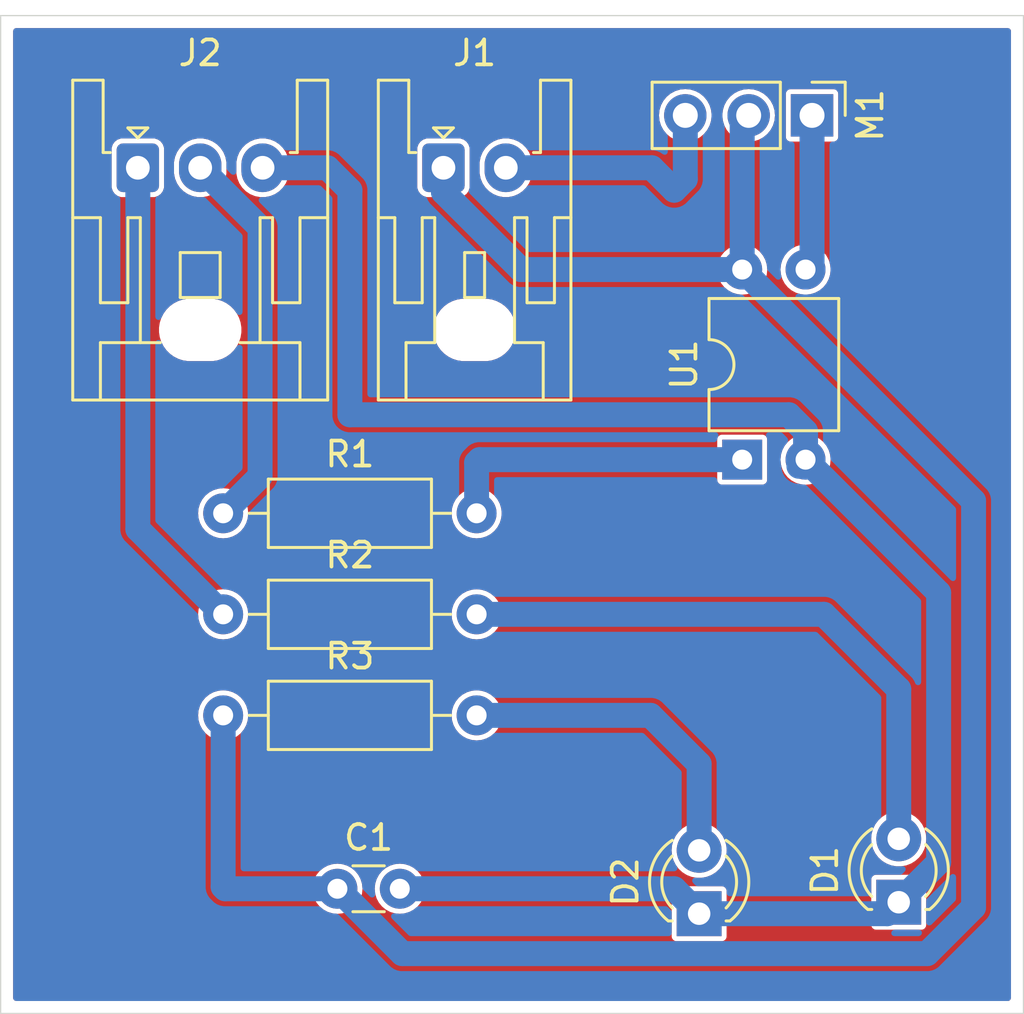
<source format=kicad_pcb>
(kicad_pcb (version 20240108) (generator "pcbnew") (generator_version "8.0")
  (layers (0 "F.Cu" signal) (31 "B.Cu" signal) (34 "B.Paste" user) (35 "F.Paste" user) (36 "B.SilkS" user "B.Silkscreen") (37 "F.SilkS" user "F.Silkscreen") (38 "B.Mask" user) (39 "F.Mask" user) (44 "Edge.Cuts" user))
  (net 0 "")
  (net 1 "VCC")
  (net 2 "GND")
  (net 3 "Net-(D1-A)")
  (net 4 "Net-(D2-A)")
  (net 5 "GND1")
  (net 6 "+5V")
  (net 7 "マイコンPWM")
  (net 8 "フォトカプラPWM")
  (net 9 "Net-(R1-Pad2)")
  (footprint "Connector_JST:JST_XA_S03B-XASK-1_1x03_P2.50mm_Horizontal" (layer "F.Cu") (at 193.5 114.1)
    (property "Reference" "J2" (at 2.5 -4.6 0) (layer "F.SilkS"))
    (property "Value" "Conn_01x03")
    (fp_line (start -2.61 -3.51) (end -2.61 9.31) (stroke (width 0.12)) (layer "F.SilkS"))
    (fp_line (start -2.61 9.31) (end 7.61 9.31) (stroke (width 0.12)) (layer "F.SilkS"))
    (fp_line (start -1.5 2) (end -2.61 2) (stroke (width 0.12)) (layer "F.SilkS"))
    (fp_line (start -1.5 5.41) (end -1.5 2) (stroke (width 0.12)) (layer "F.SilkS"))
    (fp_line (start -1.5 7.01) (end 0.9 7.01) (stroke (width 0.12)) (layer "F.SilkS"))
    (fp_line (start -1.5 9.31) (end -1.5 7.01) (stroke (width 0.12)) (layer "F.SilkS"))
    (fp_line (start -1.39 -3.51) (end -2.61 -3.51) (stroke (width 0.12)) (layer "F.SilkS"))
    (fp_line (start -1.39 -0.61) (end -1.39 -3.51) (stroke (width 0.12)) (layer "F.SilkS"))
    (fp_line (start -1.11 -0.61) (end -1.39 -0.61) (stroke (width 0.12)) (layer "F.SilkS"))
    (fp_line (start -0.4 -1.6) (end 0.4 -1.6) (stroke (width 0.12)) (layer "F.SilkS"))
    (fp_line (start -0.4 2) (end -0.4 5.41) (stroke (width 0.12)) (layer "F.SilkS"))
    (fp_line (start -0.4 5.41) (end -1.5 5.41) (stroke (width 0.12)) (layer "F.SilkS"))
    (fp_line (start 0 -1.2) (end -0.4 -1.6) (stroke (width 0.12)) (layer "F.SilkS"))
    (fp_line (start 0.1 2) (end -0.4 2) (stroke (width 0.12)) (layer "F.SilkS"))
    (fp_line (start 0.1 7.01) (end 0.1 2) (stroke (width 0.12)) (layer "F.SilkS"))
    (fp_line (start 0.4 -1.6) (end 0 -1.2) (stroke (width 0.12)) (layer "F.SilkS"))
    (fp_line (start 1.7 3.4) (end 3.3 3.4) (stroke (width 0.12)) (layer "F.SilkS"))
    (fp_line (start 1.7 5.2) (end 1.7 3.4) (stroke (width 0.12)) (layer "F.SilkS"))
    (fp_line (start 3.3 3.4) (end 3.3 5.2) (stroke (width 0.12)) (layer "F.SilkS"))
    (fp_line (start 3.3 5.2) (end 1.7 5.2) (stroke (width 0.12)) (layer "F.SilkS"))
    (fp_line (start 4.1 7.01) (end 6.5 7.01) (stroke (width 0.12)) (layer "F.SilkS"))
    (fp_line (start 4.9 2) (end 5.4 2) (stroke (width 0.12)) (layer "F.SilkS"))
    (fp_line (start 4.9 7.01) (end 4.9 2) (stroke (width 0.12)) (layer "F.SilkS"))
    (fp_line (start 5.4 2) (end 5.4 5.41) (stroke (width 0.12)) (layer "F.SilkS"))
    (fp_line (start 5.4 5.41) (end 6.5 5.41) (stroke (width 0.12)) (layer "F.SilkS"))
    (fp_line (start 6.39 -3.51) (end 6.39 -0.61) (stroke (width 0.12)) (layer "F.SilkS"))
    (fp_line (start 6.39 -0.61) (end 6.11 -0.61) (stroke (width 0.12)) (layer "F.SilkS"))
    (fp_line (start 6.5 2) (end 7.61 2) (stroke (width 0.12)) (layer "F.SilkS"))
    (fp_line (start 6.5 5.41) (end 6.5 2) (stroke (width 0.12)) (layer "F.SilkS"))
    (fp_line (start 6.5 7.01) (end 6.5 9.31) (stroke (width 0.12)) (layer "F.SilkS"))
    (fp_line (start 7.61 -3.51) (end 6.39 -3.51) (stroke (width 0.12)) (layer "F.SilkS"))
    (fp_line (start 7.61 9.31) (end 7.61 -3.51) (stroke (width 0.12)) (layer "F.SilkS"))
    (pad "" np_thru_hole oval (at 2.5 6.5) (size 2.8 2) (drill oval 2.8 2) (layers "*.Cu" "*.Mask"))
    (pad "1" thru_hole roundrect (at 0 0) (size 1.7 1.95) (drill 0.95) (layers "*.Cu" "*.Mask") (roundrect_rratio 0.147059) (net 6 "+5V"))
    (pad "2" thru_hole oval (at 2.5 0) (size 1.7 1.95) (drill 0.95) (layers "*.Cu" "*.Mask") (net 7 "マイコンPWM"))
    (pad "3" thru_hole oval (at 5 0) (size 1.7 1.95) (drill 0.95) (layers "*.Cu" "*.Mask") (net 2 "GND"))
  )
  (footprint "LED_THT:LED_D3.0mm" (layer "F.Cu") (at 216 144 90)
    (property "Reference" "D2" (at 1.27 -2.96 90) (layer "F.SilkS"))
    (property "Value" "LED")
    (fp_line (start -0.29 -1.236) (end -0.29 -1.08) (stroke (width 0.12)) (layer "F.SilkS"))
    (fp_line (start -0.29 1.08) (end -0.29 1.236) (stroke (width 0.12)) (layer "F.SilkS"))
    (fp_arc (start -0.29 -1.235516) (mid 1.366487 -1.987659) (end 2.942335 -1.078608) (stroke (width 0.12)) (layer "F.SilkS"))
    (fp_arc (start 0.229039 -1.08) (mid 1.270117 -1.5) (end 2.31113 -1.079837) (stroke (width 0.12)) (layer "F.SilkS"))
    (fp_arc (start 2.942335 1.078608) (mid 1.366487 1.987659) (end -0.29 1.235516) (stroke (width 0.12)) (layer "F.SilkS"))
    (fp_arc (start 2.31113 1.079837) (mid 1.270117 1.5) (end 0.229039 1.08) (stroke (width 0.12)) (layer "F.SilkS"))
    (pad "1" thru_hole rect (at 0 0 90) (size 1.8 1.8) (drill 0.9) (layers "*.Cu" "*.Mask") (net 2 "GND"))
    (pad "2" thru_hole circle (at 2.54 0 90) (size 1.8 1.8) (drill 0.9) (layers "*.Cu" "*.Mask") (net 4 "Net-(D2-A)"))
  )
  (footprint "Package_DIP:DIP-4_W7.62mm" (layer "F.Cu") (at 217.725 125.8 90)
    (property "Reference" "U1" (at 3.81 -2.33 90) (layer "F.SilkS"))
    (property "Value" "TLP785")
    (fp_line (start 6.46 -1.33) (end 4.81 -1.33) (stroke (width 0.12)) (layer "F.SilkS"))
    (fp_line (start 2.81 -1.33) (end 1.16 -1.33) (stroke (width 0.12)) (layer "F.SilkS"))
    (fp_line (start 1.16 -1.33) (end 1.16 3.87) (stroke (width 0.12)) (layer "F.SilkS"))
    (fp_line (start 6.46 3.87) (end 6.46 -1.33) (stroke (width 0.12)) (layer "F.SilkS"))
    (fp_line (start 1.16 3.87) (end 6.46 3.87) (stroke (width 0.12)) (layer "F.SilkS"))
    (fp_arc (start 4.81 -1.33) (mid 3.81 -0.33) (end 2.81 -1.33) (stroke (width 0.12)) (layer "F.SilkS"))
    (pad "1" thru_hole rect (at 0 0 90) (size 1.6 1.6) (drill 0.8) (layers "*.Cu" "*.Mask") (net 9 "Net-(R1-Pad2)"))
    (pad "2" thru_hole oval (at 0 2.54 90) (size 1.6 1.6) (drill 0.8) (layers "*.Cu" "*.Mask") (net 2 "GND"))
    (pad "3" thru_hole oval (at 7.62 2.54 90) (size 1.6 1.6) (drill 0.8) (layers "*.Cu" "*.Mask") (net 8 "フォトカプラPWM"))
    (pad "4" thru_hole oval (at 7.62 0 90) (size 1.6 1.6) (drill 0.8) (layers "*.Cu" "*.Mask") (net 1 "VCC"))
  )
  (footprint "LED_THT:LED_D3.0mm" (layer "F.Cu") (at 224 143.54 90)
    (property "Reference" "D1" (at 1.27 -2.96 90) (layer "F.SilkS"))
    (property "Value" "LED")
    (fp_line (start -0.29 -1.236) (end -0.29 -1.08) (stroke (width 0.12)) (layer "F.SilkS"))
    (fp_line (start -0.29 1.08) (end -0.29 1.236) (stroke (width 0.12)) (layer "F.SilkS"))
    (fp_arc (start -0.29 -1.235516) (mid 1.366487 -1.987659) (end 2.942335 -1.078608) (stroke (width 0.12)) (layer "F.SilkS"))
    (fp_arc (start 0.229039 -1.08) (mid 1.270117 -1.5) (end 2.31113 -1.079837) (stroke (width 0.12)) (layer "F.SilkS"))
    (fp_arc (start 2.942335 1.078608) (mid 1.366487 1.987659) (end -0.29 1.235516) (stroke (width 0.12)) (layer "F.SilkS"))
    (fp_arc (start 2.31113 1.079837) (mid 1.270117 1.5) (end 0.229039 1.08) (stroke (width 0.12)) (layer "F.SilkS"))
    (pad "1" thru_hole rect (at 0 0 90) (size 1.8 1.8) (drill 0.9) (layers "*.Cu" "*.Mask") (net 2 "GND"))
    (pad "2" thru_hole circle (at 2.54 0 90) (size 1.8 1.8) (drill 0.9) (layers "*.Cu" "*.Mask") (net 3 "Net-(D1-A)"))
  )
  (footprint "Resistor_THT:R_Axial_DIN0207_L6.3mm_D2.5mm_P10.16mm_Horizontal" (layer "F.Cu") (at 196.92 136.05)
    (property "Reference" "R3" (at 5.08 -2.37 0) (layer "F.SilkS"))
    (property "Value" "R")
    (fp_line (start 1.04 0) (end 1.81 0) (stroke (width 0.12)) (layer "F.SilkS"))
    (fp_line (start 1.81 -1.37) (end 1.81 1.37) (stroke (width 0.12)) (layer "F.SilkS"))
    (fp_line (start 1.81 1.37) (end 8.35 1.37) (stroke (width 0.12)) (layer "F.SilkS"))
    (fp_line (start 8.35 -1.37) (end 1.81 -1.37) (stroke (width 0.12)) (layer "F.SilkS"))
    (fp_line (start 8.35 1.37) (end 8.35 -1.37) (stroke (width 0.12)) (layer "F.SilkS"))
    (fp_line (start 9.12 0) (end 8.35 0) (stroke (width 0.12)) (layer "F.SilkS"))
    (pad "1" thru_hole circle (at 0 0) (size 1.6 1.6) (drill 0.8) (layers "*.Cu" "*.Mask") (net 1 "VCC"))
    (pad "2" thru_hole oval (at 10.16 0) (size 1.6 1.6) (drill 0.8) (layers "*.Cu" "*.Mask") (net 4 "Net-(D2-A)"))
  )
  (footprint "Capacitor_THT:C_Disc_D3.0mm_W1.6mm_P2.50mm" (layer "F.Cu") (at 201.5 143)
    (property "Reference" "C1" (at 1.25 -2.05 0) (layer "F.SilkS"))
    (property "Value" "C")
    (fp_line (start 0.621 -0.92) (end 1.879 -0.92) (stroke (width 0.12)) (layer "F.SilkS"))
    (fp_line (start 0.621 0.92) (end 1.879 0.92) (stroke (width 0.12)) (layer "F.SilkS"))
    (pad "1" thru_hole circle (at 0 0) (size 1.6 1.6) (drill 0.8) (layers "*.Cu" "*.Mask") (net 1 "VCC"))
    (pad "2" thru_hole circle (at 2.5 0) (size 1.6 1.6) (drill 0.8) (layers "*.Cu" "*.Mask") (net 2 "GND"))
  )
  (footprint "Resistor_THT:R_Axial_DIN0207_L6.3mm_D2.5mm_P10.16mm_Horizontal" (layer "F.Cu") (at 196.92 127.95)
    (property "Reference" "R1" (at 5.08 -2.37 0) (layer "F.SilkS"))
    (property "Value" "R")
    (fp_line (start 1.04 0) (end 1.81 0) (stroke (width 0.12)) (layer "F.SilkS"))
    (fp_line (start 1.81 -1.37) (end 1.81 1.37) (stroke (width 0.12)) (layer "F.SilkS"))
    (fp_line (start 1.81 1.37) (end 8.35 1.37) (stroke (width 0.12)) (layer "F.SilkS"))
    (fp_line (start 8.35 -1.37) (end 1.81 -1.37) (stroke (width 0.12)) (layer "F.SilkS"))
    (fp_line (start 8.35 1.37) (end 8.35 -1.37) (stroke (width 0.12)) (layer "F.SilkS"))
    (fp_line (start 9.12 0) (end 8.35 0) (stroke (width 0.12)) (layer "F.SilkS"))
    (pad "1" thru_hole circle (at 0 0) (size 1.6 1.6) (drill 0.8) (layers "*.Cu" "*.Mask") (net 7 "マイコンPWM"))
    (pad "2" thru_hole oval (at 10.16 0) (size 1.6 1.6) (drill 0.8) (layers "*.Cu" "*.Mask") (net 9 "Net-(R1-Pad2)"))
  )
  (footprint "Connector_JST:JST_XA_S02B-XASK-1_1x02_P2.50mm_Horizontal" (layer "F.Cu") (at 205.75 114.1)
    (property "Reference" "J1" (at 1.25 -4.6 0) (layer "F.SilkS"))
    (property "Value" "Conn_01x02")
    (fp_line (start -2.61 -3.51) (end -2.61 9.31) (stroke (width 0.12)) (layer "F.SilkS"))
    (fp_line (start -2.61 9.31) (end 5.11 9.31) (stroke (width 0.12)) (layer "F.SilkS"))
    (fp_line (start -1.95 2) (end -2.61 2) (stroke (width 0.12)) (layer "F.SilkS"))
    (fp_line (start -1.95 5.41) (end -1.95 2) (stroke (width 0.12)) (layer "F.SilkS"))
    (fp_line (start -1.5 7.01) (end -0.35 7.01) (stroke (width 0.12)) (layer "F.SilkS"))
    (fp_line (start -1.5 9.31) (end -1.5 7.01) (stroke (width 0.12)) (layer "F.SilkS"))
    (fp_line (start -1.39 -3.51) (end -2.61 -3.51) (stroke (width 0.12)) (layer "F.SilkS"))
    (fp_line (start -1.39 -0.61) (end -1.39 -3.51) (stroke (width 0.12)) (layer "F.SilkS"))
    (fp_line (start -1.11 -0.61) (end -1.39 -0.61) (stroke (width 0.12)) (layer "F.SilkS"))
    (fp_line (start -0.85 2) (end -0.85 5.41) (stroke (width 0.12)) (layer "F.SilkS"))
    (fp_line (start -0.85 5.41) (end -1.95 5.41) (stroke (width 0.12)) (layer "F.SilkS"))
    (fp_line (start -0.4 -1.6) (end 0.4 -1.6) (stroke (width 0.12)) (layer "F.SilkS"))
    (fp_line (start -0.35 2) (end -0.85 2) (stroke (width 0.12)) (layer "F.SilkS"))
    (fp_line (start -0.35 7.01) (end -0.35 2) (stroke (width 0.12)) (layer "F.SilkS"))
    (fp_line (start 0 -1.2) (end -0.4 -1.6) (stroke (width 0.12)) (layer "F.SilkS"))
    (fp_line (start 0.4 -1.6) (end 0 -1.2) (stroke (width 0.12)) (layer "F.SilkS"))
    (fp_line (start 0.85 3.4) (end 1.65 3.4) (stroke (width 0.12)) (layer "F.SilkS"))
    (fp_line (start 0.85 5.2) (end 0.85 3.4) (stroke (width 0.12)) (layer "F.SilkS"))
    (fp_line (start 1.65 3.4) (end 1.65 5.2) (stroke (width 0.12)) (layer "F.SilkS"))
    (fp_line (start 1.65 5.2) (end 0.85 5.2) (stroke (width 0.12)) (layer "F.SilkS"))
    (fp_line (start 2.85 2) (end 3.35 2) (stroke (width 0.12)) (layer "F.SilkS"))
    (fp_line (start 2.85 7.01) (end 2.85 2) (stroke (width 0.12)) (layer "F.SilkS"))
    (fp_line (start 2.85 7.01) (end 4 7.01) (stroke (width 0.12)) (layer "F.SilkS"))
    (fp_line (start 3.35 2) (end 3.35 5.41) (stroke (width 0.12)) (layer "F.SilkS"))
    (fp_line (start 3.35 5.41) (end 4.45 5.41) (stroke (width 0.12)) (layer "F.SilkS"))
    (fp_line (start 3.89 -3.51) (end 3.89 -0.61) (stroke (width 0.12)) (layer "F.SilkS"))
    (fp_line (start 3.89 -0.61) (end 3.61 -0.61) (stroke (width 0.12)) (layer "F.SilkS"))
    (fp_line (start 4 7.01) (end 4 9.31) (stroke (width 0.12)) (layer "F.SilkS"))
    (fp_line (start 4.45 2) (end 5.11 2) (stroke (width 0.12)) (layer "F.SilkS"))
    (fp_line (start 4.45 5.41) (end 4.45 2) (stroke (width 0.12)) (layer "F.SilkS"))
    (fp_line (start 5.11 -3.51) (end 3.89 -3.51) (stroke (width 0.12)) (layer "F.SilkS"))
    (fp_line (start 5.11 9.31) (end 5.11 -3.51) (stroke (width 0.12)) (layer "F.SilkS"))
    (pad "" np_thru_hole oval (at 1.25 6.5) (size 2.8 2) (drill oval 2.8 2) (layers "*.Cu" "*.Mask"))
    (pad "1" thru_hole roundrect (at 0 0) (size 1.7 1.95) (drill 0.95) (layers "*.Cu" "*.Mask") (roundrect_rratio 0.147059) (net 1 "VCC"))
    (pad "2" thru_hole oval (at 2.5 0) (size 1.7 1.95) (drill 0.95) (layers "*.Cu" "*.Mask") (net 5 "GND1"))
  )
  (footprint "Resistor_THT:R_Axial_DIN0207_L6.3mm_D2.5mm_P10.16mm_Horizontal" (layer "F.Cu") (at 196.92 132)
    (property "Reference" "R2" (at 5.08 -2.37 0) (layer "F.SilkS"))
    (property "Value" "R")
    (fp_line (start 1.04 0) (end 1.81 0) (stroke (width 0.12)) (layer "F.SilkS"))
    (fp_line (start 1.81 -1.37) (end 1.81 1.37) (stroke (width 0.12)) (layer "F.SilkS"))
    (fp_line (start 1.81 1.37) (end 8.35 1.37) (stroke (width 0.12)) (layer "F.SilkS"))
    (fp_line (start 8.35 -1.37) (end 1.81 -1.37) (stroke (width 0.12)) (layer "F.SilkS"))
    (fp_line (start 8.35 1.37) (end 8.35 -1.37) (stroke (width 0.12)) (layer "F.SilkS"))
    (fp_line (start 9.12 0) (end 8.35 0) (stroke (width 0.12)) (layer "F.SilkS"))
    (pad "1" thru_hole circle (at 0 0) (size 1.6 1.6) (drill 0.8) (layers "*.Cu" "*.Mask") (net 6 "+5V"))
    (pad "2" thru_hole oval (at 10.16 0) (size 1.6 1.6) (drill 0.8) (layers "*.Cu" "*.Mask") (net 3 "Net-(D1-A)"))
  )
  (footprint "Connector_PinHeader_2.54mm:PinHeader_1x03_P2.54mm_Vertical" (layer "F.Cu") (at 220.525 112 -90)
    (property "Reference" "M1" (at 0 -2.33 90) (layer "F.SilkS"))
    (property "Value" "Motor_Servo")
    (fp_line (start -1.33 6.41) (end 1.33 6.41) (stroke (width 0.12)) (layer "F.SilkS"))
    (fp_line (start -1.33 1.27) (end -1.33 6.41) (stroke (width 0.12)) (layer "F.SilkS"))
    (fp_line (start -1.33 1.27) (end 1.33 1.27) (stroke (width 0.12)) (layer "F.SilkS"))
    (fp_line (start 1.33 1.27) (end 1.33 6.41) (stroke (width 0.12)) (layer "F.SilkS"))
    (fp_line (start -1.33 0) (end -1.33 -1.33) (stroke (width 0.12)) (layer "F.SilkS"))
    (fp_line (start -1.33 -1.33) (end 0 -1.33) (stroke (width 0.12)) (layer "F.SilkS"))
    (pad "1" thru_hole rect (at 0 0 270) (size 1.7 1.7) (drill 1) (layers "*.Cu" "*.Mask") (net 8 "フォトカプラPWM"))
    (pad "2" thru_hole oval (at 0 2.54 270) (size 1.7 1.7) (drill 1) (layers "*.Cu" "*.Mask") (net 1 "VCC"))
    (pad "3" thru_hole oval (at 0 5.08 270) (size 1.7 1.7) (drill 1) (layers "*.Cu" "*.Mask") (net 5 "GND1"))
  )
  (gr_rect (start 188 108) (end 229 148) (stroke (width 0.05)) (fill none) (layer "Edge.Cuts"))
  (segment (start 197 143) (end 196.92 142.92) (width 1) (layer "B.Cu") (net 1))
  (segment (start 204.1 145.6) (end 225.14 145.6) (width 1) (layer "B.Cu") (net 1))
  (segment (start 217.725 112.26) (end 217.985 112) (width 1) (layer "B.Cu") (net 1))
  (segment (start 227 143.74) (end 227 127.455) (width 1) (layer "B.Cu") (net 1))
  (segment (start 201.5 143) (end 204.1 145.6) (width 1) (layer "B.Cu") (net 1))
  (segment (start 227 127.455) (end 217.725 118.18) (width 1) (layer "B.Cu") (net 1))
  (segment (start 201.5 143) (end 197 143) (width 1) (layer "B.Cu") (net 1))
  (segment (start 205.75 115.075) (end 208.855 118.18) (width 1) (layer "B.Cu") (net 1))
  (segment (start 196.92 142.92) (end 196.92 136.05) (width 1) (layer "B.Cu") (net 1))
  (segment (start 205.75 114.1) (end 205.75 115.075) (width 1) (layer "B.Cu") (net 1))
  (segment (start 217.725 118.18) (end 217.725 112.26) (width 1) (layer "B.Cu") (net 1))
  (segment (start 208.855 118.18) (end 217.725 118.18) (width 1) (layer "B.Cu") (net 1))
  (segment (start 225.14 145.6) (end 227 143.74) (width 1) (layer "B.Cu") (net 1))
  (segment (start 216 144) (end 223.54 144) (width 1) (layer "B.Cu") (net 2))
  (segment (start 225.6 141.94) (end 225.6 131.135) (width 1) (layer "B.Cu") (net 2))
  (segment (start 220.265 124.66863) (end 219.59637 124) (width 1) (layer "B.Cu") (net 2))
  (segment (start 201.1 114.1) (end 202 115) (width 1) (layer "B.Cu") (net 2))
  (segment (start 223.54 144) (end 224 143.54) (width 1) (layer "B.Cu") (net 2))
  (segment (start 202 115) (end 202 124) (width 1) (layer "B.Cu") (net 2))
  (segment (start 198.5 114.1) (end 201.1 114.1) (width 1) (layer "B.Cu") (net 2))
  (segment (start 225.6 131.135) (end 220.265 125.8) (width 1) (layer "B.Cu") (net 2))
  (segment (start 204 143) (end 215 143) (width 1) (layer "B.Cu") (net 2))
  (segment (start 220.265 125.8) (end 220.265 124.66863) (width 1) (layer "B.Cu") (net 2))
  (segment (start 220 126.065) (end 220.265 125.8) (width 1) (layer "B.Cu") (net 2))
  (segment (start 224 143.54) (end 225.6 141.94) (width 1) (layer "B.Cu") (net 2))
  (segment (start 215 143) (end 216 144) (width 1) (layer "B.Cu") (net 2))
  (segment (start 219.59637 124) (end 202 124) (width 1) (layer "B.Cu") (net 2))
  (segment (start 224 141) (end 224 135) (width 1) (layer "B.Cu") (net 3))
  (segment (start 224 135) (end 221 132) (width 1) (layer "B.Cu") (net 3))
  (segment (start 221 132) (end 207.08 132) (width 1) (layer "B.Cu") (net 3))
  (segment (start 216 141.46) (end 216 138) (width 1) (layer "B.Cu") (net 4))
  (segment (start 214.05 136.05) (end 207.08 136.05) (width 1) (layer "B.Cu") (net 4))
  (segment (start 216 138) (end 214.05 136.05) (width 1) (layer "B.Cu") (net 4))
  (segment (start 215.445 114.555) (end 215 115) (width 1) (layer "B.Cu") (net 5))
  (segment (start 215 115) (end 214.1 114.1) (width 1) (layer "B.Cu") (net 5))
  (segment (start 214.1 114.1) (end 208.25 114.1) (width 1) (layer "B.Cu") (net 5))
  (segment (start 215.445 112) (end 215.445 114.555) (width 1) (layer "B.Cu") (net 5))
  (segment (start 193.5 128.58) (end 196.92 132) (width 1) (layer "B.Cu") (net 6))
  (segment (start 193.5 114.1) (end 193.5 128.58) (width 1) (layer "B.Cu") (net 6))
  (segment (start 198.4 126.47) (end 196.92 127.95) (width 1) (layer "B.Cu") (net 7))
  (segment (start 198.4 116.5) (end 198.4 126.47) (width 1) (layer "B.Cu") (net 7))
  (segment (start 196 114.1) (end 198.4 116.5) (width 1) (layer "B.Cu") (net 7))
  (segment (start 220.525 112) (end 220.525 117.92) (width 1) (layer "B.Cu") (net 8))
  (segment (start 220.525 117.92) (end 220.265 118.18) (width 1) (layer "B.Cu") (net 8))
  (segment (start 207.08 125.92) (end 207.2 125.8) (width 1) (layer "B.Cu") (net 9))
  (segment (start 207.08 127.95) (end 207.08 125.92) (width 1) (layer "B.Cu") (net 9))
  (segment (start 217.725 125.8) (end 207.2 125.8) (width 1) (layer "B.Cu") (net 9))
  (zone (net 0) (net_name "") (layers "F&B.Cu") (connect_pads (clearance 0)) (min_thickness 0.25) (fill yes (thermal_gap 0.5) (thermal_bridge_width 0.5) (island_removal_mode 1) (island_area_min 10))
    (polygon (pts (xy 229 108) (xy 188 108) (xy 188 148) (xy 229 148)))
  )
)
</source>
